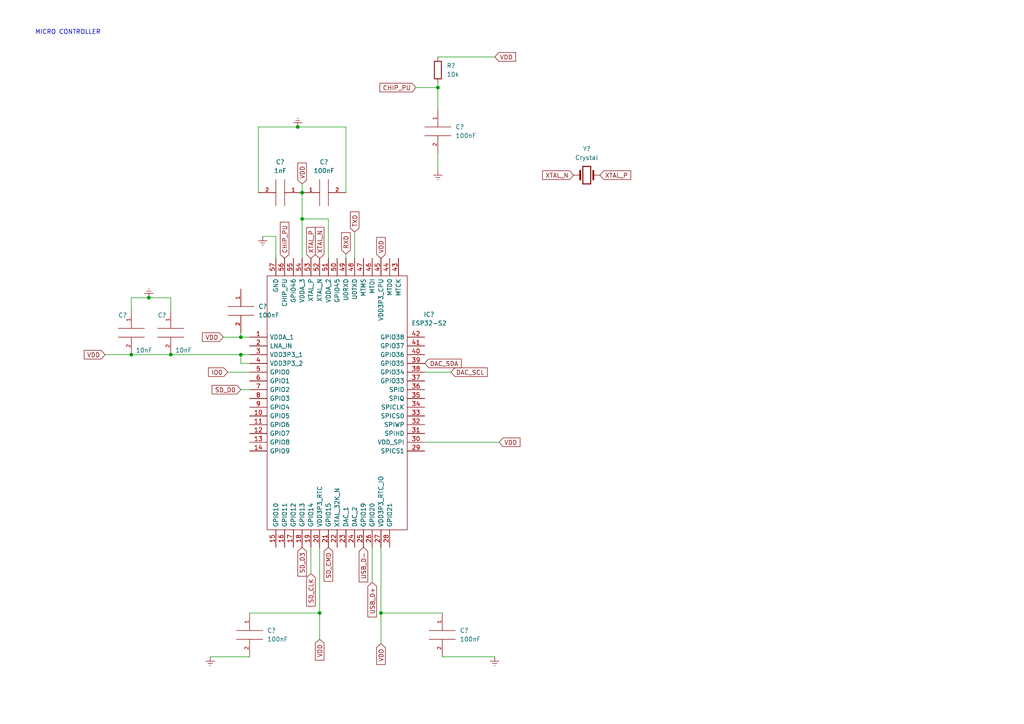
<source format=kicad_sch>
(kicad_sch (version 20211123) (generator eeschema)
  (paper "A4")
  (lib_symbols
    (symbol "Device:Crystal" (pin_numbers hide) (pin_names (offset 1.016) hide)
      (property "Reference" "Y" (at 0 3.81 0))
      (property "Value" "Crystal" (at 0 -3.81 0))
      (symbol "Crystal_0_1"
        (rectangle (start -1.143 2.54) (end 1.143 -2.54) (stroke (width 0.3048)))
        (polyline (pts (xy -2.54 0) (xy -1.905 0)))
        (polyline (pts (xy -1.905 -1.27) (xy -1.905 1.27)) (stroke (width 0.508)))
        (polyline (pts (xy 1.905 -1.27) (xy 1.905 1.27)) (stroke (width 0.508)))
        (polyline (pts (xy 2.54 0) (xy 1.905 0)))
      )
      (symbol "Crystal_1_1"
        (pin passive line (at -3.81 0 0) (length 1.27) (name "1") (number "1"))
        (pin passive line (at 3.81 0 180) (length 1.27) (name "2") (number "2"))
      )
    )
    (symbol "Device:R" (pin_numbers hide) (pin_names (offset 0))
      (property "Reference" "R" (at 2.032 0 90))
      (property "Value" "R" (at 0 0 90))
      (symbol "R_0_1"
        (rectangle (start -1.016 -2.54) (end 1.016 2.54) (stroke (width 0.254)))
      )
      (symbol "R_1_1"
        (pin passive line (at 0 3.81 270) (length 1.27) (name "~") (number "1"))
        (pin passive line (at 0 -3.81 90) (length 1.27) (name "~") (number "2"))
      )
    )
    (symbol "GlobalLibrary:ESP32-S2" (pin_names (offset 0.762))
      (property "Reference" "IC?" (at 52.07 6.5788 0))
      (property "Value" "ESP32-S2" (at 52.07 4.0388 0))
      (symbol "ESP32-S2_0_0"
        (pin passive line (at 0 0 0) (length 5.08) (name "VDDA_1") (number "1"))
        (pin passive line (at 0 -22.86 0) (length 5.08) (name "GPIO5") (number "10"))
        (pin passive line (at 0 -25.4 0) (length 5.08) (name "GPIO6") (number "11"))
        (pin passive line (at 0 -27.94 0) (length 5.08) (name "GPIO7") (number "12"))
        (pin passive line (at 0 -30.48 0) (length 5.08) (name "GPIO8") (number "13"))
        (pin passive line (at 0 -33.02 0) (length 5.08) (name "GPIO9") (number "14"))
        (pin passive line (at 7.62 -60.96 90) (length 5.08) (name "GPIO10") (number "15"))
        (pin passive line (at 10.16 -60.96 90) (length 5.08) (name "GPIO11") (number "16"))
        (pin passive line (at 12.7 -60.96 90) (length 5.08) (name "GPIO12") (number "17"))
        (pin passive line (at 15.24 -60.96 90) (length 5.08) (name "GPIO13") (number "18"))
        (pin passive line (at 17.78 -60.96 90) (length 5.08) (name "GPIO14") (number "19"))
        (pin passive line (at 0 -2.54 0) (length 5.08) (name "LNA_IN") (number "2"))
        (pin passive line (at 20.32 -60.96 90) (length 5.08) (name "VDD3P3_RTC") (number "20"))
        (pin passive line (at 22.86 -60.96 90) (length 5.08) (name "GPIO15") (number "21"))
        (pin passive line (at 25.4 -60.96 90) (length 5.08) (name "XTAL_32K_N") (number "22"))
        (pin passive line (at 27.94 -60.96 90) (length 5.08) (name "DAC_1") (number "23"))
        (pin passive line (at 30.48 -60.96 90) (length 5.08) (name "DAC_2") (number "24"))
        (pin passive line (at 33.02 -60.96 90) (length 5.08) (name "GPIO19") (number "25"))
        (pin passive line (at 35.56 -60.96 90) (length 5.08) (name "GPIO20") (number "26"))
        (pin passive line (at 38.1 -60.96 90) (length 5.08) (name "VDD3P3_RTC_IO") (number "27"))
        (pin passive line (at 40.64 -60.96 90) (length 5.08) (name "GPIO21") (number "28"))
        (pin passive line (at 50.8 -33.02 180) (length 5.08) (name "SPICS1") (number "29"))
        (pin passive line (at 0 -5.08 0) (length 5.08) (name "VDD3P3_1") (number "3"))
        (pin passive line (at 50.8 -30.48 180) (length 5.08) (name "VDD_SPI") (number "30"))
        (pin passive line (at 50.8 -27.94 180) (length 5.08) (name "SPIHD") (number "31"))
        (pin passive line (at 50.8 -25.4 180) (length 5.08) (name "SPIWP") (number "32"))
        (pin passive line (at 50.8 -22.86 180) (length 5.08) (name "SPICS0") (number "33"))
        (pin passive line (at 50.8 -20.32 180) (length 5.08) (name "SPICLK") (number "34"))
        (pin passive line (at 50.8 -17.78 180) (length 5.08) (name "SPIQ") (number "35"))
        (pin passive line (at 50.8 -15.24 180) (length 5.08) (name "SPID") (number "36"))
        (pin passive line (at 50.8 -12.7 180) (length 5.08) (name "GPIO33") (number "37"))
        (pin passive line (at 50.8 -10.16 180) (length 5.08) (name "GPIO34") (number "38"))
        (pin passive line (at 50.8 -7.62 180) (length 5.08) (name "GPIO35") (number "39"))
        (pin passive line (at 0 -7.62 0) (length 5.08) (name "VDD3P3_2") (number "4"))
        (pin passive line (at 50.8 -5.08 180) (length 5.08) (name "GPIO36") (number "40"))
        (pin passive line (at 50.8 -2.54 180) (length 5.08) (name "GPIO37") (number "41"))
        (pin passive line (at 50.8 0 180) (length 5.08) (name "GPIO38") (number "42"))
        (pin passive line (at 43.18 22.86 270) (length 5.08) (name "MTCK") (number "43"))
        (pin passive line (at 40.64 22.86 270) (length 5.08) (name "MTD0") (number "44"))
        (pin passive line (at 38.1 22.86 270) (length 5.08) (name "VDD3P3_CPU") (number "45"))
        (pin passive line (at 35.56 22.86 270) (length 5.08) (name "MTDI") (number "46"))
        (pin passive line (at 33.02 22.86 270) (length 5.08) (name "MTMS") (number "47"))
        (pin passive line (at 30.48 22.86 270) (length 5.08) (name "U0TXD") (number "48"))
        (pin passive line (at 27.94 22.86 270) (length 5.08) (name "U0RXD") (number "49"))
        (pin passive line (at 0 -10.16 0) (length 5.08) (name "GPIO0") (number "5"))
        (pin passive line (at 25.4 22.86 270) (length 5.08) (name "GPIO45") (number "50"))
        (pin passive line (at 22.86 22.86 270) (length 5.08) (name "VDDA_2") (number "51"))
        (pin passive line (at 20.32 22.86 270) (length 5.08) (name "XTAL_N") (number "52"))
        (pin passive line (at 17.78 22.86 270) (length 5.08) (name "XTAL_P") (number "53"))
        (pin passive line (at 15.24 22.86 270) (length 5.08) (name "VDDA_3") (number "54"))
        (pin passive line (at 12.7 22.86 270) (length 5.08) (name "GPIO46") (number "55"))
        (pin passive line (at 10.16 22.86 270) (length 5.08) (name "CHIP_PU") (number "56"))
        (pin passive line (at 7.62 22.86 270) (length 5.08) (name "GND") (number "57"))
        (pin passive line (at 0 -12.7 0) (length 5.08) (name "GPIO1") (number "6"))
        (pin passive line (at 0 -15.24 0) (length 5.08) (name "GPIO2") (number "7"))
        (pin passive line (at 0 -17.78 0) (length 5.08) (name "GPIO3") (number "8"))
        (pin passive line (at 0 -20.32 0) (length 5.08) (name "GPIO4") (number "9"))
      )
      (symbol "ESP32-S2_0_1"
        (polyline (pts (xy 5.08 17.78) (xy 45.72 17.78) (xy 45.72 -55.88) (xy 5.08 -55.88) (xy 5.08 17.78)) (stroke (width 0.1524)))
      )
    )
    (symbol "power:Earth" (power) (pin_names (offset 0))
      (symbol "Earth_0_1"
        (polyline (pts (xy -0.635 -1.905) (xy 0.635 -1.905)))
        (polyline (pts (xy -0.127 -2.54) (xy 0.127 -2.54)))
        (polyline (pts (xy 0 -1.27) (xy 0 0)))
        (polyline (pts (xy 1.27 -1.27) (xy -1.27 -1.27)))
      )
      (symbol "Earth_1_1"
        (pin power_in line (at 0 0 270) (length 0) hide (name "Earth") (number "1"))
      )
    )
    (symbol "pspice:C" (pin_names (offset 0.254))
      (property "Reference" "C" (at 2.54 3.81 90))
      (property "Value" "C" (at 2.54 -3.81 90))
      (symbol "C_0_1"
        (polyline (pts (xy -3.81 -1.27) (xy 3.81 -1.27)))
        (polyline (pts (xy -3.81 1.27) (xy 3.81 1.27)))
      )
      (symbol "C_1_1"
        (pin passive line (at 0 6.35 270) (length 5.08) (name "~") (number "1"))
        (pin passive line (at 0 -6.35 90) (length 5.08) (name "~") (number "2"))
      )
    )
    (symbol "pspice:CAP" (pin_names (offset 0.254))
      (property "Reference" "C" (at 2.54 3.81 90))
      (property "Value" "CAP" (at 2.54 -3.81 90))
      (symbol "CAP_0_1"
        (polyline (pts (xy -3.81 -1.27) (xy 3.81 -1.27)))
        (polyline (pts (xy -3.81 1.27) (xy 3.81 1.27)))
      )
      (symbol "CAP_1_1"
        (pin passive line (at 0 6.35 270) (length 5.08) (name "~") (number "1"))
        (pin passive line (at 0 -6.35 90) (length 5.08) (name "~") (number "2"))
      )
    )
  )
  (junction (at 69.85 97.79))
  (junction (at 49.53 102.87))
  (junction (at 87.63 55.88))
  (junction (at 92.71 177.8))
  (junction (at 38.1 102.87))
  (junction (at 86.36 36.83))
  (junction (at 127 25.4))
  (junction (at 87.63 63.5))
  (junction (at 69.85 102.87))
  (junction (at 43.18 86.36))
  (junction (at 110.49 177.8))
  (wire (pts (xy 110.49 158.75) (xy 110.49 177.8)))
  (wire (pts (xy 69.85 96.52) (xy 69.85 97.79)))
  (wire (pts (xy 69.85 97.79) (xy 72.39 97.79)))
  (wire (pts (xy 107.95 168.91) (xy 107.95 158.75)))
  (wire (pts (xy 87.63 63.5) (xy 95.25 63.5)))
  (wire (pts (xy 127 25.4) (xy 127 31.75)))
  (wire (pts (xy 90.17 166.37) (xy 90.17 158.75)))
  (wire (pts (xy 87.63 53.34) (xy 87.63 55.88)))
  (wire (pts (xy 66.04 107.95) (xy 72.39 107.95)))
  (wire (pts (xy 69.85 102.87) (xy 69.85 105.41)))
  (wire (pts (xy 38.1 86.36) (xy 38.1 90.17)))
  (wire (pts (xy 72.39 177.8) (xy 92.71 177.8)))
  (wire (pts (xy 102.87 67.31) (xy 102.87 74.93)))
  (wire (pts (xy 44.45 -31.75) (xy 44.45 -6.35)))
  (wire (pts (xy 60.96 190.5) (xy 72.39 190.5)))
  (wire (pts (xy 130.81 107.95) (xy 123.19 107.95)))
  (wire (pts (xy 6.35 -6.35) (xy 44.45 -6.35)))
  (wire (pts (xy 43.18 86.36) (xy 38.1 86.36)))
  (wire (pts (xy 120.65 25.4) (xy 127 25.4)))
  (wire (pts (xy 69.85 102.87) (xy 72.39 102.87)))
  (wire (pts (xy 87.63 55.88) (xy 87.63 63.5)))
  (wire (pts (xy 127 49.53) (xy 127 44.45)))
  (wire (pts (xy 100.33 55.88) (xy 100.33 36.83)))
  (wire (pts (xy 92.71 177.8) (xy 92.71 185.42)))
  (wire (pts (xy 76.2 68.58) (xy 80.01 68.58)))
  (wire (pts (xy 86.36 36.83) (xy 74.93 36.83)))
  (wire (pts (xy 38.1 102.87) (xy 49.53 102.87)))
  (wire (pts (xy 74.93 36.83) (xy 74.93 55.88)))
  (wire (pts (xy 95.25 63.5) (xy 95.25 74.93)))
  (wire (pts (xy 69.85 113.03) (xy 72.39 113.03)))
  (wire (pts (xy 49.53 86.36) (xy 43.18 86.36)))
  (wire (pts (xy 127 25.4) (xy 127 24.13)))
  (wire (pts (xy 110.49 177.8) (xy 128.27 177.8)))
  (wire (pts (xy 92.71 177.8) (xy 92.71 158.75)))
  (wire (pts (xy 110.49 177.8) (xy 110.49 186.69)))
  (wire (pts (xy 100.33 73.66) (xy 100.33 74.93)))
  (wire (pts (xy 6.35 -31.75) (xy 6.35 -6.35)))
  (wire (pts (xy 49.53 90.17) (xy 49.53 86.36)))
  (wire (pts (xy 127 16.51) (xy 143.51 16.51)))
  (wire (pts (xy 143.51 190.5) (xy 128.27 190.5)))
  (wire (pts (xy 64.77 97.79) (xy 69.85 97.79)))
  (wire (pts (xy 123.19 128.27) (xy 144.78 128.27)))
  (wire (pts (xy 6.35 -31.75) (xy 44.45 -31.75)))
  (wire (pts (xy 80.01 74.93) (xy 80.01 68.58)))
  (wire (pts (xy 87.63 63.5) (xy 87.63 74.93)))
  (wire (pts (xy 30.48 102.87) (xy 38.1 102.87)))
  (wire (pts (xy 69.85 105.41) (xy 72.39 105.41)))
  (wire (pts (xy 100.33 36.83) (xy 86.36 36.83)))
  (wire (pts (xy 49.53 102.87) (xy 69.85 102.87)))
  (text "MICRO CONTROLLER" (at 10.16 10.16 0) (effects (font (size 1.27 1.27)) (justify left bottom)))
  (text "USB_D - : IO19\nUSB_D + : IO20\nSD_D0 : IO2\nSD_D3 : IO13\nSD_CMD : IO15\nSD_CLK : IO14\nBOOT BUTTON : IO0\nENABLE BUTTON : EN\nDAC_SCL : IO34\nDAC_CDA : IO35\n" (at 13.97 -7.62 0) (effects (font (size 1.27 1.27)) (justify left bottom)))
  (global_label "XTAL_N" (shape input) (at 166.37 50.8 180) (property "Intersheet References" "${INTERSHEET_REFS}" (effects hide)))
  (global_label "SD_D3" (shape input) (at 87.63 158.75 270) (property "Intersheet References" "${INTERSHEET_REFS}" (effects hide)))
  (global_label "VDD" (shape input) (at 110.49 186.69 270) (property "Intersheet References" "${INTERSHEET_REFS}" (effects hide)))
  (global_label "USB_D-" (shape input) (at 105.41 158.75 270) (property "Intersheet References" "${INTERSHEET_REFS}" (effects hide)))
  (global_label "VDD" (shape input) (at 64.77 97.79 180) (property "Intersheet References" "${INTERSHEET_REFS}" (effects hide)))
  (global_label "TXD" (shape input) (at 102.87 67.31 90) (property "Intersheet References" "${INTERSHEET_REFS}" (effects hide)))
  (global_label "VDD" (shape input) (at 110.49 74.93 90) (property "Intersheet References" "${INTERSHEET_REFS}" (effects hide)))
  (global_label "RXD" (shape input) (at 100.33 73.66 90) (property "Intersheet References" "${INTERSHEET_REFS}" (effects hide)))
  (global_label "VDD" (shape input) (at 30.48 102.87 180) (property "Intersheet References" "${INTERSHEET_REFS}" (effects hide)))
  (global_label "DAC_SDA" (shape input) (at 123.19 105.41 0) (property "Intersheet References" "${INTERSHEET_REFS}" (effects hide)))
  (global_label "VDD" (shape input) (at 144.78 128.27 0) (property "Intersheet References" "${INTERSHEET_REFS}" (effects hide)))
  (global_label "CHIP_PU" (shape input) (at 120.65 25.4 180) (property "Intersheet References" "${INTERSHEET_REFS}" (effects hide)))
  (global_label "DAC_SCL" (shape input) (at 130.81 107.95 0) (property "Intersheet References" "${INTERSHEET_REFS}" (effects hide)))
  (global_label "SD_D0" (shape input) (at 69.85 113.03 180) (property "Intersheet References" "${INTERSHEET_REFS}" (effects hide)))
  (global_label "CHIP_PU" (shape input) (at 82.55 74.93 90) (property "Intersheet References" "${INTERSHEET_REFS}" (effects hide)))
  (global_label "IO0" (shape input) (at 66.04 107.95 180) (property "Intersheet References" "${INTERSHEET_REFS}" (effects hide)))
  (global_label "SD_CLK" (shape input) (at 90.17 166.37 270) (property "Intersheet References" "${INTERSHEET_REFS}" (effects hide)))
  (global_label "VDD" (shape input) (at 87.63 53.34 90) (property "Intersheet References" "${INTERSHEET_REFS}" (effects hide)))
  (global_label "XTAL_P" (shape input) (at 173.99 50.8 0) (property "Intersheet References" "${INTERSHEET_REFS}" (effects hide)))
  (global_label "VDD" (shape input) (at 92.71 185.42 270) (property "Intersheet References" "${INTERSHEET_REFS}" (effects hide)))
  (global_label "XTAL_P" (shape input) (at 90.17 74.93 90) (property "Intersheet References" "${INTERSHEET_REFS}" (effects hide)))
  (global_label "USB_D+" (shape input) (at 107.95 168.91 270) (property "Intersheet References" "${INTERSHEET_REFS}" (effects hide)))
  (global_label "XTAL_N" (shape input) (at 92.71 74.93 90) (property "Intersheet References" "${INTERSHEET_REFS}" (effects hide)))
  (global_label "VDD" (shape input) (at 143.51 16.51 0) (property "Intersheet References" "${INTERSHEET_REFS}" (effects hide)))
  (global_label "SD_CMD" (shape input) (at 95.25 158.75 270) (property "Intersheet References" "${INTERSHEET_REFS}" (effects hide)))
  (symbol (lib_id "power:Earth") (at 60.96 190.5 0) (unit 1)
    (property "Reference" "#PWR?" (effects hide))
    (property "Value" "Earth" (effects hide))
  )
  (symbol (lib_id "GlobalLibrary:ESP32-S2") (at 72.39 97.79 0) (unit 1)
    (property "Reference" "IC?" (at 124.46 91.2112 0))
    (property "Value" "ESP32-S2" (at 124.46 93.7512 0))
    (property "Footprint" "GlobalLibrary:QFN40P700X700X90-57N-D" (effects hide))
    (property "Description" "SMD WI-FI IC, ESP32-S2, SINGAL-C" (effects hide))
    (property "Height" "0.9" (effects hide))
    (property "Mouser Part Number" "356-ESP32-S2" (effects hide))
  )
  (symbol (lib_id "power:Earth") (at 143.51 190.5 0) (unit 1)
    (property "Reference" "#PWR?" (effects hide))
    (property "Value" "Earth" (effects hide))
  )
  (symbol (lib_id "pspice:C") (at 49.53 96.52 0) (unit 1)
    (property "Reference" "C?" (at 45.72 91.44 0) (effects (justify left)))
    (property "Value" "10nF" (at 50.8 101.6 0) (effects (justify left)))
  )
  (symbol (lib_id "pspice:C") (at 38.1 96.52 0) (unit 1)
    (property "Reference" "C?" (at 34.29 91.44 0) (effects (justify left)))
    (property "Value" "10nF" (at 39.37 101.6 0) (effects (justify left)))
  )
  (symbol (lib_id "pspice:CAP") (at 127 38.1 0) (unit 1)
    (property "Reference" "C?" (at 132.08 36.8299 0) (effects (justify left)))
    (property "Value" "100nF" (at 132.08 39.3699 0) (effects (justify left)))
  )
  (symbol (lib_id "pspice:C") (at 72.39 184.15 0) (unit 1)
    (property "Reference" "C?" (at 77.47 182.8799 0) (effects (justify left)))
    (property "Value" "100nF" (at 77.47 185.4199 0) (effects (justify left)))
  )
  (symbol (lib_id "Device:Crystal") (at 170.18 50.8 0) (unit 1)
    (property "Reference" "Y?" (at 170.18 43.18 0))
    (property "Value" "Crystal" (at 170.18 45.72 0))
  )
  (symbol (lib_id "power:Earth") (at 86.36 36.83 180) (unit 1)
    (property "Reference" "#PWR?" (effects hide))
    (property "Value" "Earth" (effects hide))
  )
  (symbol (lib_id "pspice:C") (at 128.27 184.15 0) (unit 1)
    (property "Reference" "C?" (at 133.35 182.8799 0) (effects (justify left)))
    (property "Value" "100nF" (at 133.35 185.4199 0) (effects (justify left)))
  )
  (symbol (lib_id "power:Earth") (at 43.18 86.36 180) (unit 1)
    (property "Reference" "#PWR?" (effects hide))
    (property "Value" "Earth" (effects hide))
  )
  (symbol (lib_id "pspice:C") (at 69.85 90.17 0) (unit 1)
    (property "Reference" "C?" (at 74.93 88.8999 0) (effects (justify left)))
    (property "Value" "100nF" (at 74.93 91.4399 0) (effects (justify left)))
  )
  (symbol (lib_id "power:Earth") (at 127 49.53 0) (unit 1)
    (property "Reference" "#PWR?" (effects hide))
    (property "Value" "Earth" (effects hide))
  )
  (symbol (lib_id "Device:R") (at 127 20.32 0) (unit 1)
    (property "Reference" "R?" (at 129.54 19.0499 0) (effects (justify left)))
    (property "Value" "10k" (at 129.54 21.5899 0) (effects (justify left)))
  )
  (symbol (lib_id "power:Earth") (at 76.2 68.58 0) (unit 1)
    (property "Reference" "#PWR?" (effects hide))
    (property "Value" "Earth" (effects hide))
  )
  (symbol (lib_id "pspice:C") (at 81.28 55.88 270) (unit 1)
    (property "Reference" "C?" (at 81.28 46.99 90))
    (property "Value" "1nF" (at 81.28 49.53 90))
  )
  (symbol (lib_id "pspice:C") (at 93.98 55.88 90) (unit 1)
    (property "Reference" "C?" (at 93.98 46.99 90))
    (property "Value" "100nF" (at 93.98 49.53 90))
  )
)
</source>
